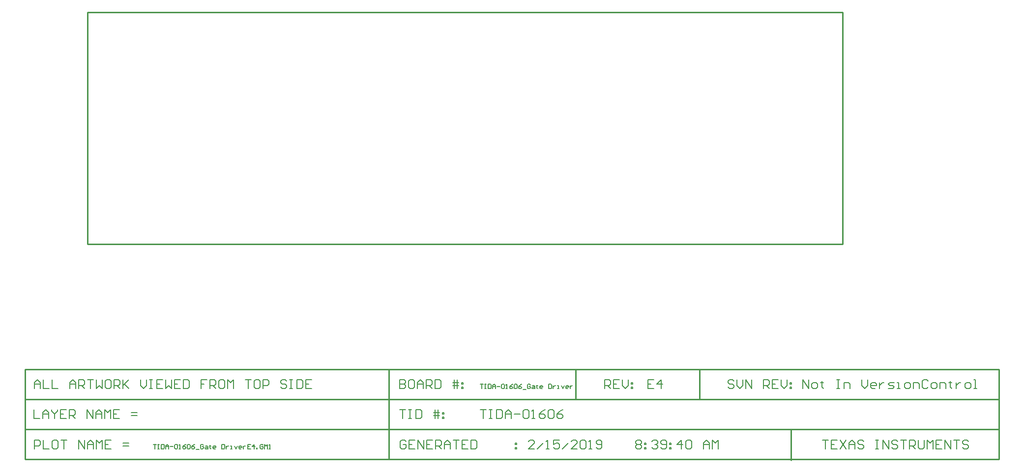
<source format=gm1>
G04*
G04 #@! TF.GenerationSoftware,Altium Limited,Altium Designer,18.1.9 (240)*
G04*
G04 Layer_Color=11296232*
%FSAX25Y25*%
%MOIN*%
G70*
G01*
G75*
%ADD15C,0.00800*%
%ADD17C,0.00600*%
%ADD25C,0.01000*%
G54D15*
X0045850Y0073649D02*
Y0067651D01*
X0049849D01*
X0051848D02*
Y0071649D01*
X0053847Y0073649D01*
X0055847Y0071649D01*
Y0067651D01*
Y0070650D01*
X0051848D01*
X0057846Y0073649D02*
Y0072649D01*
X0059846Y0070650D01*
X0061845Y0072649D01*
Y0073649D01*
X0059846Y0070650D02*
Y0067651D01*
X0067843Y0073649D02*
X0063844D01*
Y0067651D01*
X0067843D01*
X0063844Y0070650D02*
X0065843D01*
X0069842Y0067651D02*
Y0073649D01*
X0072841D01*
X0073841Y0072649D01*
Y0070650D01*
X0072841Y0069650D01*
X0069842D01*
X0071842D02*
X0073841Y0067651D01*
X0081838D02*
Y0073649D01*
X0085837Y0067651D01*
Y0073649D01*
X0087836Y0067651D02*
Y0071649D01*
X0089836Y0073649D01*
X0091835Y0071649D01*
Y0067651D01*
Y0070650D01*
X0087836D01*
X0093835Y0067651D02*
Y0073649D01*
X0095834Y0071649D01*
X0097833Y0073649D01*
Y0067651D01*
X0103831Y0073649D02*
X0099832D01*
Y0067651D01*
X0103831D01*
X0099832Y0070650D02*
X0101832D01*
X0111829Y0069650D02*
X0115827D01*
X0111829Y0071649D02*
X0115827D01*
X0348550Y0073498D02*
X0352549D01*
X0350549D01*
Y0067500D01*
X0354548Y0073498D02*
X0356547D01*
X0355548D01*
Y0067500D01*
X0354548D01*
X0356547D01*
X0359546Y0073498D02*
Y0067500D01*
X0362545D01*
X0363545Y0068500D01*
Y0072498D01*
X0362545Y0073498D01*
X0359546D01*
X0365545Y0067500D02*
Y0071499D01*
X0367544Y0073498D01*
X0369543Y0071499D01*
Y0067500D01*
Y0070499D01*
X0365545D01*
X0371543D02*
X0375541D01*
X0377541Y0072498D02*
X0378540Y0073498D01*
X0380540D01*
X0381539Y0072498D01*
Y0068500D01*
X0380540Y0067500D01*
X0378540D01*
X0377541Y0068500D01*
Y0072498D01*
X0383539Y0067500D02*
X0385538D01*
X0384538D01*
Y0073498D01*
X0383539Y0072498D01*
X0392536Y0073498D02*
X0390536Y0072498D01*
X0388537Y0070499D01*
Y0068500D01*
X0389537Y0067500D01*
X0391536D01*
X0392536Y0068500D01*
Y0069499D01*
X0391536Y0070499D01*
X0388537D01*
X0394535Y0072498D02*
X0395535Y0073498D01*
X0397534D01*
X0398534Y0072498D01*
Y0068500D01*
X0397534Y0067500D01*
X0395535D01*
X0394535Y0068500D01*
Y0072498D01*
X0404532Y0073498D02*
X0402532Y0072498D01*
X0400533Y0070499D01*
Y0068500D01*
X0401533Y0067500D01*
X0403532D01*
X0404532Y0068500D01*
Y0069499D01*
X0403532Y0070499D01*
X0400533D01*
X0294000Y0073498D02*
X0297999D01*
X0295999D01*
Y0067500D01*
X0299998Y0073498D02*
X0301997D01*
X0300998D01*
Y0067500D01*
X0299998D01*
X0301997D01*
X0304996Y0073498D02*
Y0067500D01*
X0307996D01*
X0308995Y0068500D01*
Y0072498D01*
X0307996Y0073498D01*
X0304996D01*
X0317992Y0067500D02*
Y0073498D01*
X0319992D02*
Y0067500D01*
X0316993Y0071499D02*
X0319992D01*
X0320991D01*
X0316993Y0069499D02*
X0320991D01*
X0322991Y0071499D02*
X0323990D01*
Y0070499D01*
X0322991D01*
Y0071499D01*
Y0068500D02*
X0323990D01*
Y0067500D01*
X0322991D01*
Y0068500D01*
X0580500Y0052965D02*
X0584499D01*
X0582499D01*
Y0046966D01*
X0590497Y0052965D02*
X0586498D01*
Y0046966D01*
X0590497D01*
X0586498Y0049966D02*
X0588497D01*
X0592496Y0052965D02*
X0596495Y0046966D01*
Y0052965D02*
X0592496Y0046966D01*
X0598494D02*
Y0050965D01*
X0600493Y0052965D01*
X0602493Y0050965D01*
Y0046966D01*
Y0049966D01*
X0598494D01*
X0608491Y0051965D02*
X0607491Y0052965D01*
X0605492D01*
X0604492Y0051965D01*
Y0050965D01*
X0605492Y0049966D01*
X0607491D01*
X0608491Y0048966D01*
Y0047966D01*
X0607491Y0046966D01*
X0605492D01*
X0604492Y0047966D01*
X0616488Y0052965D02*
X0618488D01*
X0617488D01*
Y0046966D01*
X0616488D01*
X0618488D01*
X0621487D02*
Y0052965D01*
X0625486Y0046966D01*
Y0052965D01*
X0631484Y0051965D02*
X0630484Y0052965D01*
X0628484D01*
X0627485Y0051965D01*
Y0050965D01*
X0628484Y0049966D01*
X0630484D01*
X0631484Y0048966D01*
Y0047966D01*
X0630484Y0046966D01*
X0628484D01*
X0627485Y0047966D01*
X0633483Y0052965D02*
X0637482D01*
X0635482D01*
Y0046966D01*
X0639481D02*
Y0052965D01*
X0642480D01*
X0643480Y0051965D01*
Y0049966D01*
X0642480Y0048966D01*
X0639481D01*
X0641480D02*
X0643480Y0046966D01*
X0645479Y0052965D02*
Y0047966D01*
X0646479Y0046966D01*
X0648478D01*
X0649478Y0047966D01*
Y0052965D01*
X0651477Y0046966D02*
Y0052965D01*
X0653476Y0050965D01*
X0655476Y0052965D01*
Y0046966D01*
X0661474Y0052965D02*
X0657475D01*
Y0046966D01*
X0661474D01*
X0657475Y0049966D02*
X0659474D01*
X0663473Y0046966D02*
Y0052965D01*
X0667472Y0046966D01*
Y0052965D01*
X0669471D02*
X0673470D01*
X0671471D01*
Y0046966D01*
X0679468Y0051965D02*
X0678468Y0052965D01*
X0676469D01*
X0675469Y0051965D01*
Y0050965D01*
X0676469Y0049966D01*
X0678468D01*
X0679468Y0048966D01*
Y0047966D01*
X0678468Y0046966D01*
X0676469D01*
X0675469Y0047966D01*
X0454050Y0051965D02*
X0455050Y0052965D01*
X0457049D01*
X0458049Y0051965D01*
Y0050965D01*
X0457049Y0049966D01*
X0458049Y0048966D01*
Y0047966D01*
X0457049Y0046966D01*
X0455050D01*
X0454050Y0047966D01*
Y0048966D01*
X0455050Y0049966D01*
X0454050Y0050965D01*
Y0051965D01*
X0455050Y0049966D02*
X0457049D01*
X0460048Y0050965D02*
X0461048D01*
Y0049966D01*
X0460048D01*
Y0050965D01*
Y0047966D02*
X0461048D01*
Y0046966D01*
X0460048D01*
Y0047966D01*
X0465046Y0051965D02*
X0466046Y0052965D01*
X0468046D01*
X0469045Y0051965D01*
Y0050965D01*
X0468046Y0049966D01*
X0467046D01*
X0468046D01*
X0469045Y0048966D01*
Y0047966D01*
X0468046Y0046966D01*
X0466046D01*
X0465046Y0047966D01*
X0471044D02*
X0472044Y0046966D01*
X0474044D01*
X0475043Y0047966D01*
Y0051965D01*
X0474044Y0052965D01*
X0472044D01*
X0471044Y0051965D01*
Y0050965D01*
X0472044Y0049966D01*
X0475043D01*
X0477043Y0050965D02*
X0478042D01*
Y0049966D01*
X0477043D01*
Y0050965D01*
Y0047966D02*
X0478042D01*
Y0046966D01*
X0477043D01*
Y0047966D01*
X0485040Y0046966D02*
Y0052965D01*
X0482041Y0049966D01*
X0486040D01*
X0488039Y0051965D02*
X0489039Y0052965D01*
X0491038D01*
X0492038Y0051965D01*
Y0047966D01*
X0491038Y0046966D01*
X0489039D01*
X0488039Y0047966D01*
Y0051965D01*
X0500035Y0046966D02*
Y0050965D01*
X0502035Y0052965D01*
X0504034Y0050965D01*
Y0046966D01*
Y0049966D01*
X0500035D01*
X0506033Y0046966D02*
Y0052965D01*
X0508033Y0050965D01*
X0510032Y0052965D01*
Y0046966D01*
X0046350D02*
Y0052965D01*
X0049349D01*
X0050349Y0051965D01*
Y0049966D01*
X0049349Y0048966D01*
X0046350D01*
X0052348Y0052965D02*
Y0046966D01*
X0056347D01*
X0061345Y0052965D02*
X0059346D01*
X0058346Y0051965D01*
Y0047966D01*
X0059346Y0046966D01*
X0061345D01*
X0062345Y0047966D01*
Y0051965D01*
X0061345Y0052965D01*
X0064344D02*
X0068343D01*
X0066343D01*
Y0046966D01*
X0076340D02*
Y0052965D01*
X0080339Y0046966D01*
Y0052965D01*
X0082338Y0046966D02*
Y0050965D01*
X0084338Y0052965D01*
X0086337Y0050965D01*
Y0046966D01*
Y0049966D01*
X0082338D01*
X0088336Y0046966D02*
Y0052965D01*
X0090336Y0050965D01*
X0092335Y0052965D01*
Y0046966D01*
X0098333Y0052965D02*
X0094335D01*
Y0046966D01*
X0098333D01*
X0094335Y0049966D02*
X0096334D01*
X0106331Y0048966D02*
X0110329D01*
X0106331Y0050965D02*
X0110329D01*
X0294000Y0093831D02*
Y0087833D01*
X0296999D01*
X0297999Y0088833D01*
Y0089833D01*
X0296999Y0090832D01*
X0294000D01*
X0296999D01*
X0297999Y0091832D01*
Y0092832D01*
X0296999Y0093831D01*
X0294000D01*
X0302997D02*
X0300998D01*
X0299998Y0092832D01*
Y0088833D01*
X0300998Y0087833D01*
X0302997D01*
X0303997Y0088833D01*
Y0092832D01*
X0302997Y0093831D01*
X0305996Y0087833D02*
Y0091832D01*
X0307996Y0093831D01*
X0309995Y0091832D01*
Y0087833D01*
Y0090832D01*
X0305996D01*
X0311994Y0087833D02*
Y0093831D01*
X0314993D01*
X0315993Y0092832D01*
Y0090832D01*
X0314993Y0089833D01*
X0311994D01*
X0313994D02*
X0315993Y0087833D01*
X0317992Y0093831D02*
Y0087833D01*
X0320991D01*
X0321991Y0088833D01*
Y0092832D01*
X0320991Y0093831D01*
X0317992D01*
X0330988Y0087833D02*
Y0093831D01*
X0332987D02*
Y0087833D01*
X0329988Y0091832D02*
X0332987D01*
X0333987D01*
X0329988Y0089833D02*
X0333987D01*
X0335986Y0091832D02*
X0336986D01*
Y0090832D01*
X0335986D01*
Y0091832D01*
Y0088833D02*
X0336986D01*
Y0087833D01*
X0335986D01*
Y0088833D01*
X0466149Y0093831D02*
X0462150D01*
Y0087833D01*
X0466149D01*
X0462150Y0090832D02*
X0464149D01*
X0471147Y0087833D02*
Y0093831D01*
X0468148Y0090832D01*
X0472147D01*
X0046350Y0087833D02*
Y0091832D01*
X0048349Y0093831D01*
X0050349Y0091832D01*
Y0087833D01*
Y0090832D01*
X0046350D01*
X0052348Y0093831D02*
Y0087833D01*
X0056347D01*
X0058346Y0093831D02*
Y0087833D01*
X0062345D01*
X0070342D02*
Y0091832D01*
X0072342Y0093831D01*
X0074341Y0091832D01*
Y0087833D01*
Y0090832D01*
X0070342D01*
X0076340Y0087833D02*
Y0093831D01*
X0079339D01*
X0080339Y0092832D01*
Y0090832D01*
X0079339Y0089833D01*
X0076340D01*
X0078340D02*
X0080339Y0087833D01*
X0082338Y0093831D02*
X0086337D01*
X0084338D01*
Y0087833D01*
X0088336Y0093831D02*
Y0087833D01*
X0090336Y0089833D01*
X0092335Y0087833D01*
Y0093831D01*
X0097334D02*
X0095334D01*
X0094335Y0092832D01*
Y0088833D01*
X0095334Y0087833D01*
X0097334D01*
X0098333Y0088833D01*
Y0092832D01*
X0097334Y0093831D01*
X0100332Y0087833D02*
Y0093831D01*
X0103332D01*
X0104331Y0092832D01*
Y0090832D01*
X0103332Y0089833D01*
X0100332D01*
X0102332D02*
X0104331Y0087833D01*
X0106331Y0093831D02*
Y0087833D01*
Y0089833D01*
X0110329Y0093831D01*
X0107330Y0090832D01*
X0110329Y0087833D01*
X0118327Y0093831D02*
Y0089833D01*
X0120326Y0087833D01*
X0122325Y0089833D01*
Y0093831D01*
X0124325D02*
X0126324D01*
X0125324D01*
Y0087833D01*
X0124325D01*
X0126324D01*
X0133322Y0093831D02*
X0129323D01*
Y0087833D01*
X0133322D01*
X0129323Y0090832D02*
X0131323D01*
X0135321Y0093831D02*
Y0087833D01*
X0137321Y0089833D01*
X0139320Y0087833D01*
Y0093831D01*
X0145318D02*
X0141319D01*
Y0087833D01*
X0145318D01*
X0141319Y0090832D02*
X0143319D01*
X0147317Y0093831D02*
Y0087833D01*
X0150316D01*
X0151316Y0088833D01*
Y0092832D01*
X0150316Y0093831D01*
X0147317D01*
X0163312D02*
X0159313D01*
Y0090832D01*
X0161313D01*
X0159313D01*
Y0087833D01*
X0165312D02*
Y0093831D01*
X0168310D01*
X0169310Y0092832D01*
Y0090832D01*
X0168310Y0089833D01*
X0165312D01*
X0167311D02*
X0169310Y0087833D01*
X0174309Y0093831D02*
X0172309D01*
X0171310Y0092832D01*
Y0088833D01*
X0172309Y0087833D01*
X0174309D01*
X0175308Y0088833D01*
Y0092832D01*
X0174309Y0093831D01*
X0177308Y0087833D02*
Y0093831D01*
X0179307Y0091832D01*
X0181306Y0093831D01*
Y0087833D01*
X0189304Y0093831D02*
X0193303D01*
X0191303D01*
Y0087833D01*
X0198301Y0093831D02*
X0196301D01*
X0195302Y0092832D01*
Y0088833D01*
X0196301Y0087833D01*
X0198301D01*
X0199301Y0088833D01*
Y0092832D01*
X0198301Y0093831D01*
X0201300Y0087833D02*
Y0093831D01*
X0204299D01*
X0205299Y0092832D01*
Y0090832D01*
X0204299Y0089833D01*
X0201300D01*
X0217295Y0092832D02*
X0216295Y0093831D01*
X0214296D01*
X0213296Y0092832D01*
Y0091832D01*
X0214296Y0090832D01*
X0216295D01*
X0217295Y0089833D01*
Y0088833D01*
X0216295Y0087833D01*
X0214296D01*
X0213296Y0088833D01*
X0219294Y0093831D02*
X0221293D01*
X0220294D01*
Y0087833D01*
X0219294D01*
X0221293D01*
X0224292Y0093831D02*
Y0087833D01*
X0227291D01*
X0228291Y0088833D01*
Y0092832D01*
X0227291Y0093831D01*
X0224292D01*
X0234289D02*
X0230291D01*
Y0087833D01*
X0234289D01*
X0230291Y0090832D02*
X0232290D01*
X0298199Y0051965D02*
X0297199Y0052965D01*
X0295200D01*
X0294200Y0051965D01*
Y0047966D01*
X0295200Y0046966D01*
X0297199D01*
X0298199Y0047966D01*
Y0049966D01*
X0296199D01*
X0304197Y0052965D02*
X0300198D01*
Y0046966D01*
X0304197D01*
X0300198Y0049966D02*
X0302197D01*
X0306196Y0046966D02*
Y0052965D01*
X0310195Y0046966D01*
Y0052965D01*
X0316193D02*
X0312194D01*
Y0046966D01*
X0316193D01*
X0312194Y0049966D02*
X0314194D01*
X0318192Y0046966D02*
Y0052965D01*
X0321191D01*
X0322191Y0051965D01*
Y0049966D01*
X0321191Y0048966D01*
X0318192D01*
X0320192D02*
X0322191Y0046966D01*
X0324190D02*
Y0050965D01*
X0326190Y0052965D01*
X0328189Y0050965D01*
Y0046966D01*
Y0049966D01*
X0324190D01*
X0330188Y0052965D02*
X0334187D01*
X0332188D01*
Y0046966D01*
X0340185Y0052965D02*
X0336186D01*
Y0046966D01*
X0340185D01*
X0336186Y0049966D02*
X0338186D01*
X0342184Y0052965D02*
Y0046966D01*
X0345183D01*
X0346183Y0047966D01*
Y0051965D01*
X0345183Y0052965D01*
X0342184D01*
X0372175Y0050965D02*
X0373175D01*
Y0049966D01*
X0372175D01*
Y0050965D01*
Y0047966D02*
X0373175D01*
Y0046966D01*
X0372175D01*
Y0047966D01*
X0385149Y0046966D02*
X0381150D01*
X0385149Y0050965D01*
Y0051965D01*
X0384149Y0052965D01*
X0382150D01*
X0381150Y0051965D01*
X0387148Y0046966D02*
X0391147Y0050965D01*
X0393146Y0046966D02*
X0395146D01*
X0394146D01*
Y0052965D01*
X0393146Y0051965D01*
X0402143Y0052965D02*
X0398145D01*
Y0049966D01*
X0400144Y0050965D01*
X0401144D01*
X0402143Y0049966D01*
Y0047966D01*
X0401144Y0046966D01*
X0399144D01*
X0398145Y0047966D01*
X0404143Y0046966D02*
X0408141Y0050965D01*
X0414139Y0046966D02*
X0410141D01*
X0414139Y0050965D01*
Y0051965D01*
X0413140Y0052965D01*
X0411140D01*
X0410141Y0051965D01*
X0416139D02*
X0417138Y0052965D01*
X0419138D01*
X0420137Y0051965D01*
Y0047966D01*
X0419138Y0046966D01*
X0417138D01*
X0416139Y0047966D01*
Y0051965D01*
X0422137Y0046966D02*
X0424136D01*
X0423136D01*
Y0052965D01*
X0422137Y0051965D01*
X0427135Y0047966D02*
X0428135Y0046966D01*
X0430134D01*
X0431134Y0047966D01*
Y0051965D01*
X0430134Y0052965D01*
X0428135D01*
X0427135Y0051965D01*
Y0050965D01*
X0428135Y0049966D01*
X0431134D01*
X0433000Y0087833D02*
Y0093831D01*
X0435999D01*
X0436999Y0092832D01*
Y0090832D01*
X0435999Y0089833D01*
X0433000D01*
X0434999D02*
X0436999Y0087833D01*
X0442997Y0093831D02*
X0438998D01*
Y0087833D01*
X0442997D01*
X0438998Y0090832D02*
X0440997D01*
X0444996Y0093831D02*
Y0089833D01*
X0446995Y0087833D01*
X0448995Y0089833D01*
Y0093831D01*
X0450994Y0091832D02*
X0451994D01*
Y0090832D01*
X0450994D01*
Y0091832D01*
Y0088833D02*
X0451994D01*
Y0087833D01*
X0450994D01*
Y0088833D01*
X0520799Y0092832D02*
X0519799Y0093831D01*
X0517800D01*
X0516800Y0092832D01*
Y0091832D01*
X0517800Y0090832D01*
X0519799D01*
X0520799Y0089833D01*
Y0088833D01*
X0519799Y0087833D01*
X0517800D01*
X0516800Y0088833D01*
X0522798Y0093831D02*
Y0089833D01*
X0524797Y0087833D01*
X0526797Y0089833D01*
Y0093831D01*
X0528796Y0087833D02*
Y0093831D01*
X0532795Y0087833D01*
Y0093831D01*
X0540792Y0087833D02*
Y0093831D01*
X0543791D01*
X0544791Y0092832D01*
Y0090832D01*
X0543791Y0089833D01*
X0540792D01*
X0542792D02*
X0544791Y0087833D01*
X0550789Y0093831D02*
X0546790D01*
Y0087833D01*
X0550789D01*
X0546790Y0090832D02*
X0548790D01*
X0552788Y0093831D02*
Y0089833D01*
X0554788Y0087833D01*
X0556787Y0089833D01*
Y0093831D01*
X0558786Y0091832D02*
X0559786D01*
Y0090832D01*
X0558786D01*
Y0091832D01*
Y0088833D02*
X0559786D01*
Y0087833D01*
X0558786D01*
Y0088833D01*
X0567400Y0087833D02*
Y0093831D01*
X0571399Y0087833D01*
Y0093831D01*
X0574398Y0087833D02*
X0576397D01*
X0577397Y0088833D01*
Y0090832D01*
X0576397Y0091832D01*
X0574398D01*
X0573398Y0090832D01*
Y0088833D01*
X0574398Y0087833D01*
X0580396Y0092832D02*
Y0091832D01*
X0579396D01*
X0581395D01*
X0580396D01*
Y0088833D01*
X0581395Y0087833D01*
X0590393Y0093831D02*
X0592392D01*
X0591392D01*
Y0087833D01*
X0590393D01*
X0592392D01*
X0595391D02*
Y0091832D01*
X0598390D01*
X0599390Y0090832D01*
Y0087833D01*
X0607387Y0093831D02*
Y0089833D01*
X0609386Y0087833D01*
X0611386Y0089833D01*
Y0093831D01*
X0616384Y0087833D02*
X0614385D01*
X0613385Y0088833D01*
Y0090832D01*
X0614385Y0091832D01*
X0616384D01*
X0617384Y0090832D01*
Y0089833D01*
X0613385D01*
X0619383Y0091832D02*
Y0087833D01*
Y0089833D01*
X0620383Y0090832D01*
X0621383Y0091832D01*
X0622382D01*
X0625381Y0087833D02*
X0628380D01*
X0629380Y0088833D01*
X0628380Y0089833D01*
X0626381D01*
X0625381Y0090832D01*
X0626381Y0091832D01*
X0629380D01*
X0631379Y0087833D02*
X0633379D01*
X0632379D01*
Y0091832D01*
X0631379D01*
X0637377Y0087833D02*
X0639377D01*
X0640376Y0088833D01*
Y0090832D01*
X0639377Y0091832D01*
X0637377D01*
X0636378Y0090832D01*
Y0088833D01*
X0637377Y0087833D01*
X0642376D02*
Y0091832D01*
X0645375D01*
X0646374Y0090832D01*
Y0087833D01*
X0652373Y0092832D02*
X0651373Y0093831D01*
X0649373D01*
X0648374Y0092832D01*
Y0088833D01*
X0649373Y0087833D01*
X0651373D01*
X0652373Y0088833D01*
X0655372Y0087833D02*
X0657371D01*
X0658371Y0088833D01*
Y0090832D01*
X0657371Y0091832D01*
X0655372D01*
X0654372Y0090832D01*
Y0088833D01*
X0655372Y0087833D01*
X0660370D02*
Y0091832D01*
X0663369D01*
X0664369Y0090832D01*
Y0087833D01*
X0667368Y0092832D02*
Y0091832D01*
X0666368D01*
X0668367D01*
X0667368D01*
Y0088833D01*
X0668367Y0087833D01*
X0671366Y0091832D02*
Y0087833D01*
Y0089833D01*
X0672366Y0090832D01*
X0673366Y0091832D01*
X0674365D01*
X0678364Y0087833D02*
X0680364D01*
X0681363Y0088833D01*
Y0090832D01*
X0680364Y0091832D01*
X0678364D01*
X0677364Y0090832D01*
Y0088833D01*
X0678364Y0087833D01*
X0683362D02*
X0685362D01*
X0684362D01*
Y0093831D01*
X0683362D01*
G54D17*
X0348550Y0090832D02*
X0350549D01*
X0349550D01*
Y0087833D01*
X0351549Y0090832D02*
X0352549D01*
X0352049D01*
Y0087833D01*
X0351549D01*
X0352549D01*
X0354048Y0090832D02*
Y0087833D01*
X0355548D01*
X0356048Y0088333D01*
Y0090333D01*
X0355548Y0090832D01*
X0354048D01*
X0357047Y0087833D02*
Y0089833D01*
X0358047Y0090832D01*
X0359047Y0089833D01*
Y0087833D01*
Y0089333D01*
X0357047D01*
X0360046D02*
X0362046D01*
X0363045Y0090333D02*
X0363545Y0090832D01*
X0364545D01*
X0365045Y0090333D01*
Y0088333D01*
X0364545Y0087833D01*
X0363545D01*
X0363045Y0088333D01*
Y0090333D01*
X0366044Y0087833D02*
X0367044D01*
X0366544D01*
Y0090832D01*
X0366044Y0090333D01*
X0370543Y0090832D02*
X0369543Y0090333D01*
X0368544Y0089333D01*
Y0088333D01*
X0369043Y0087833D01*
X0370043D01*
X0370543Y0088333D01*
Y0088833D01*
X0370043Y0089333D01*
X0368544D01*
X0371543Y0090333D02*
X0372042Y0090832D01*
X0373042D01*
X0373542Y0090333D01*
Y0088333D01*
X0373042Y0087833D01*
X0372042D01*
X0371543Y0088333D01*
Y0090333D01*
X0376541Y0090832D02*
X0375541Y0090333D01*
X0374542Y0089333D01*
Y0088333D01*
X0375041Y0087833D01*
X0376041D01*
X0376541Y0088333D01*
Y0088833D01*
X0376041Y0089333D01*
X0374542D01*
X0377541Y0087334D02*
X0379540D01*
X0382539Y0090333D02*
X0382039Y0090832D01*
X0381040D01*
X0380540Y0090333D01*
Y0088333D01*
X0381040Y0087833D01*
X0382039D01*
X0382539Y0088333D01*
Y0089333D01*
X0381539D01*
X0384038Y0089833D02*
X0385038D01*
X0385538Y0089333D01*
Y0087833D01*
X0384038D01*
X0383539Y0088333D01*
X0384038Y0088833D01*
X0385538D01*
X0387038Y0090333D02*
Y0089833D01*
X0386538D01*
X0387537D01*
X0387038D01*
Y0088333D01*
X0387537Y0087833D01*
X0390536D02*
X0389537D01*
X0389037Y0088333D01*
Y0089333D01*
X0389537Y0089833D01*
X0390536D01*
X0391036Y0089333D01*
Y0088833D01*
X0389037D01*
X0395035Y0090832D02*
Y0087833D01*
X0396534D01*
X0397034Y0088333D01*
Y0090333D01*
X0396534Y0090832D01*
X0395035D01*
X0398034Y0089833D02*
Y0087833D01*
Y0088833D01*
X0398534Y0089333D01*
X0399034Y0089833D01*
X0399534D01*
X0401033Y0087833D02*
X0402033D01*
X0401533D01*
Y0089833D01*
X0401033D01*
X0403532D02*
X0404532Y0087833D01*
X0405532Y0089833D01*
X0408031Y0087833D02*
X0407031D01*
X0406531Y0088333D01*
Y0089333D01*
X0407031Y0089833D01*
X0408031D01*
X0408531Y0089333D01*
Y0088833D01*
X0406531D01*
X0409530Y0089833D02*
Y0087833D01*
Y0088833D01*
X0410030Y0089333D01*
X0410530Y0089833D01*
X0411030D01*
X0126900Y0049966D02*
X0128899D01*
X0127900D01*
Y0046966D01*
X0129899Y0049966D02*
X0130899D01*
X0130399D01*
Y0046966D01*
X0129899D01*
X0130899D01*
X0132398Y0049966D02*
Y0046966D01*
X0133898D01*
X0134398Y0047466D01*
Y0049466D01*
X0133898Y0049966D01*
X0132398D01*
X0135397Y0046966D02*
Y0048966D01*
X0136397Y0049966D01*
X0137397Y0048966D01*
Y0046966D01*
Y0048466D01*
X0135397D01*
X0138396D02*
X0140396D01*
X0141395Y0049466D02*
X0141895Y0049966D01*
X0142895D01*
X0143395Y0049466D01*
Y0047466D01*
X0142895Y0046966D01*
X0141895D01*
X0141395Y0047466D01*
Y0049466D01*
X0144394Y0046966D02*
X0145394D01*
X0144894D01*
Y0049966D01*
X0144394Y0049466D01*
X0148893Y0049966D02*
X0147893Y0049466D01*
X0146894Y0048466D01*
Y0047466D01*
X0147393Y0046966D01*
X0148393D01*
X0148893Y0047466D01*
Y0047966D01*
X0148393Y0048466D01*
X0146894D01*
X0149893Y0049466D02*
X0150392Y0049966D01*
X0151392D01*
X0151892Y0049466D01*
Y0047466D01*
X0151392Y0046966D01*
X0150392D01*
X0149893Y0047466D01*
Y0049466D01*
X0154891Y0049966D02*
X0153891Y0049466D01*
X0152892Y0048466D01*
Y0047466D01*
X0153391Y0046966D01*
X0154391D01*
X0154891Y0047466D01*
Y0047966D01*
X0154391Y0048466D01*
X0152892D01*
X0155891Y0046467D02*
X0157890D01*
X0160889Y0049466D02*
X0160389Y0049966D01*
X0159389D01*
X0158890Y0049466D01*
Y0047466D01*
X0159389Y0046966D01*
X0160389D01*
X0160889Y0047466D01*
Y0048466D01*
X0159889D01*
X0162389Y0048966D02*
X0163388D01*
X0163888Y0048466D01*
Y0046966D01*
X0162389D01*
X0161889Y0047466D01*
X0162389Y0047966D01*
X0163888D01*
X0165388Y0049466D02*
Y0048966D01*
X0164888D01*
X0165887D01*
X0165388D01*
Y0047466D01*
X0165887Y0046966D01*
X0168886D02*
X0167887D01*
X0167387Y0047466D01*
Y0048466D01*
X0167887Y0048966D01*
X0168886D01*
X0169386Y0048466D01*
Y0047966D01*
X0167387D01*
X0173385Y0049966D02*
Y0046966D01*
X0174884D01*
X0175384Y0047466D01*
Y0049466D01*
X0174884Y0049966D01*
X0173385D01*
X0176384Y0048966D02*
Y0046966D01*
Y0047966D01*
X0176884Y0048466D01*
X0177384Y0048966D01*
X0177884D01*
X0179383Y0046966D02*
X0180383D01*
X0179883D01*
Y0048966D01*
X0179383D01*
X0181882D02*
X0182882Y0046966D01*
X0183882Y0048966D01*
X0186381Y0046966D02*
X0185381D01*
X0184881Y0047466D01*
Y0048466D01*
X0185381Y0048966D01*
X0186381D01*
X0186881Y0048466D01*
Y0047966D01*
X0184881D01*
X0187880Y0048966D02*
Y0046966D01*
Y0047966D01*
X0188380Y0048466D01*
X0188880Y0048966D01*
X0189380D01*
X0192879Y0049966D02*
X0190879D01*
Y0046966D01*
X0192879D01*
X0190879Y0048466D02*
X0191879D01*
X0195378Y0046966D02*
Y0049966D01*
X0193878Y0048466D01*
X0195878D01*
X0196877Y0046966D02*
Y0047466D01*
X0197377D01*
Y0046966D01*
X0196877D01*
X0201376Y0049466D02*
X0200876Y0049966D01*
X0199876D01*
X0199376Y0049466D01*
Y0047466D01*
X0199876Y0046966D01*
X0200876D01*
X0201376Y0047466D01*
Y0048466D01*
X0200376D01*
X0202376Y0046966D02*
Y0049966D01*
X0203375Y0048966D01*
X0204375Y0049966D01*
Y0046966D01*
X0205375D02*
X0206374D01*
X0205874D01*
Y0049966D01*
X0205375Y0049466D01*
G54D25*
X0082389Y0185900D02*
Y0343380D01*
Y0185900D02*
X0594200D01*
Y0343380D01*
X0082389D02*
X0594200D01*
X0559400Y0039400D02*
Y0059683D01*
X0440500Y0040050D02*
X0700200D01*
Y0101050D01*
X0286500Y0040050D02*
Y0101050D01*
X0040000Y0040050D02*
Y0101050D01*
X0040050Y0040050D02*
X0197600D01*
X0040050D02*
Y0101050D01*
Y0101050D02*
X0700200D01*
X0040000Y0040050D02*
X0440500D01*
X0040000Y0060383D02*
X0700000D01*
X0040000Y0080717D02*
X0700200D01*
X0413200D02*
Y0101050D01*
X0497200Y0080717D02*
Y0101050D01*
M02*

</source>
